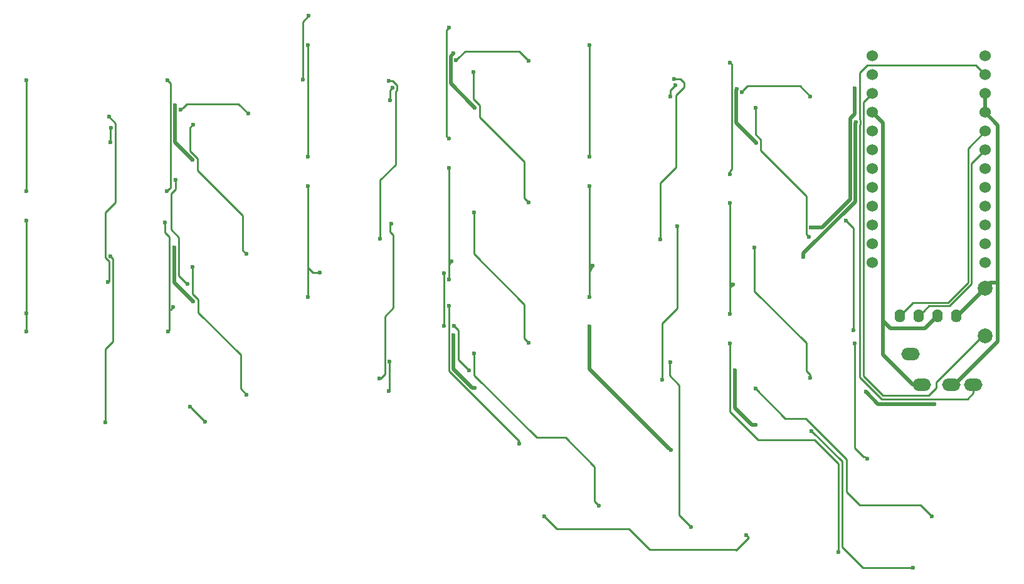
<source format=gtl>
G04 #@! TF.GenerationSoftware,KiCad,Pcbnew,(5.1.10)-1*
G04 #@! TF.CreationDate,2021-11-26T09:54:24+07:00*
G04 #@! TF.ProjectId,corne-cherry,636f726e-652d-4636-9865-7272792e6b69,3.0.1*
G04 #@! TF.SameCoordinates,Original*
G04 #@! TF.FileFunction,Copper,L1,Top*
G04 #@! TF.FilePolarity,Positive*
%FSLAX46Y46*%
G04 Gerber Fmt 4.6, Leading zero omitted, Abs format (unit mm)*
G04 Created by KiCad (PCBNEW (5.1.10)-1) date 2021-11-26 09:54:24*
%MOMM*%
%LPD*%
G01*
G04 APERTURE LIST*
G04 #@! TA.AperFunction,ComponentPad*
%ADD10C,1.524000*%
G04 #@! TD*
G04 #@! TA.AperFunction,ComponentPad*
%ADD11C,2.000000*%
G04 #@! TD*
G04 #@! TA.AperFunction,ComponentPad*
%ADD12O,1.397000X1.778000*%
G04 #@! TD*
G04 #@! TA.AperFunction,ComponentPad*
%ADD13O,2.500000X1.700000*%
G04 #@! TD*
G04 #@! TA.AperFunction,ViaPad*
%ADD14C,0.600000*%
G04 #@! TD*
G04 #@! TA.AperFunction,Conductor*
%ADD15C,0.250000*%
G04 #@! TD*
G04 #@! TA.AperFunction,Conductor*
%ADD16C,0.500000*%
G04 #@! TD*
G04 #@! TA.AperFunction,Conductor*
%ADD17C,0.508000*%
G04 #@! TD*
G04 #@! TA.AperFunction,Conductor*
%ADD18C,0.254000*%
G04 #@! TD*
G04 APERTURE END LIST*
D10*
X145618900Y-27116000D03*
X145618900Y-29656000D03*
X145618900Y-32196000D03*
X145618900Y-34736000D03*
X145618900Y-37276000D03*
X145618900Y-39816000D03*
X145618900Y-42356000D03*
X145618900Y-44896000D03*
X145618900Y-47436000D03*
X145618900Y-49976000D03*
X145618900Y-52516000D03*
X145618900Y-55056000D03*
X160838900Y-55056000D03*
X160838900Y-52516000D03*
X160838900Y-49976000D03*
X160838900Y-47436000D03*
X160838900Y-44896000D03*
X160838900Y-42356000D03*
X160838900Y-39816000D03*
X160838900Y-37276000D03*
X160838900Y-34736000D03*
X160838900Y-32196000D03*
X160838900Y-29656000D03*
X160838900Y-27116000D03*
D11*
X160839500Y-58455000D03*
X160839500Y-64955000D03*
D12*
X156983500Y-62202000D03*
X154443500Y-62202000D03*
X151903500Y-62202000D03*
X149363500Y-62202000D03*
D13*
X150749500Y-67366000D03*
X152249500Y-71566000D03*
X156249500Y-71566000D03*
X159249500Y-71566000D03*
D14*
X68722500Y-30279000D03*
X69522500Y-21679000D03*
X143022500Y-64179000D03*
X142022500Y-49379000D03*
X87797500Y-63579000D03*
X87797500Y-56479000D03*
X143222500Y-65979000D03*
X144908737Y-81556353D03*
X127047500Y-69579000D03*
X129822500Y-76979000D03*
X153962500Y-74134000D03*
X91922500Y-71978998D03*
X137322500Y-50279000D03*
X127277510Y-31567716D03*
X144712500Y-72479000D03*
X89047500Y-64879000D03*
X53922500Y-60279000D03*
X51347500Y-52979000D03*
X53822500Y-41179000D03*
X51447500Y-33779000D03*
X91922500Y-34079000D03*
X89047500Y-26779000D03*
X129922500Y-38879000D03*
X143222500Y-31479000D03*
X143372510Y-36079000D03*
X136322500Y-54279000D03*
X31422500Y-64379000D03*
X31422500Y-61879000D03*
X31422500Y-49379000D03*
X31422500Y-30379000D03*
X31422500Y-45379000D03*
X50522500Y-64379000D03*
X50122500Y-49579000D03*
X50379840Y-45368907D03*
X50422500Y-30379000D03*
X51211949Y-61068449D03*
X69422500Y-59679000D03*
X69422500Y-25679000D03*
X69422500Y-44679000D03*
X70992078Y-56348578D03*
X69422500Y-40679000D03*
X88422500Y-60879000D03*
X88822500Y-54879000D03*
X88422500Y-23279000D03*
X88422500Y-38279000D03*
X88422500Y-42279000D03*
X97922500Y-79479000D03*
X88422500Y-57279000D03*
X118422500Y-80379000D03*
X107422500Y-40679000D03*
X107422500Y-63679000D03*
X107422500Y-59679000D03*
X107422500Y-25679000D03*
X107822500Y-55479000D03*
X107422500Y-44679000D03*
X126822504Y-57979000D03*
X126422500Y-43079000D03*
X126422500Y-61979000D03*
X126422500Y-46979000D03*
X126422500Y-27979000D03*
X141022500Y-94179000D03*
X126422500Y-65979000D03*
X53142500Y-57894000D03*
X51522500Y-43879000D03*
X99222500Y-27779000D03*
X80802500Y-31420952D03*
X89422500Y-27679000D03*
X80522506Y-33128990D03*
X127977521Y-31979000D03*
X118297500Y-32629000D03*
X119012500Y-31054000D03*
X137222500Y-32579000D03*
X42422500Y-57679000D03*
X42522500Y-35279000D03*
X61122500Y-53879000D03*
X53922500Y-36379000D03*
X80322500Y-30479000D03*
X79122500Y-51829000D03*
X99222500Y-46879000D03*
X91722500Y-29279000D03*
X118858699Y-30177426D03*
X117022500Y-51929000D03*
X137022500Y-51579000D03*
X129822500Y-34079000D03*
X42022500Y-76579000D03*
X42722500Y-54179000D03*
X61122500Y-72879000D03*
X53822500Y-55579000D03*
X91822500Y-48279000D03*
X99222500Y-65879000D03*
X119272500Y-50079000D03*
X117222500Y-70879000D03*
X137222500Y-70579000D03*
X129722500Y-52979000D03*
X91822500Y-67279000D03*
X108722500Y-87879000D03*
X129822500Y-72079000D03*
X153615692Y-89285767D03*
X101322500Y-89279000D03*
X128622500Y-91879000D03*
X151122500Y-96279000D03*
X137422500Y-77779000D03*
X91172500Y-69614000D03*
X89122500Y-63579000D03*
X61322500Y-34879000D03*
X42817733Y-36783990D03*
X52222500Y-34379000D03*
X42722500Y-38744010D03*
X80647510Y-49779000D03*
X79092169Y-70709331D03*
X80447510Y-68379000D03*
X80322500Y-72379000D03*
X55522500Y-76529000D03*
X53522500Y-74479000D03*
X118322500Y-68479000D03*
X121122500Y-90779000D03*
D15*
X68722500Y-30279000D02*
X68722500Y-22479000D01*
X68722500Y-22479000D02*
X69522500Y-21679000D01*
X143022500Y-50379000D02*
X143022500Y-64179000D01*
X142022500Y-49379000D02*
X143022500Y-50379000D01*
X87797500Y-56479000D02*
X87797500Y-63579000D01*
X143197499Y-66004001D02*
X143222500Y-65979000D01*
X144908737Y-81556353D02*
X144608738Y-81256354D01*
X144608738Y-81256354D02*
X144399854Y-81256354D01*
X144399854Y-81256354D02*
X143197499Y-80053999D01*
X143197499Y-80053999D02*
X143197499Y-66004001D01*
D16*
X127227511Y-31617715D02*
X127277510Y-31567716D01*
X129922500Y-38879000D02*
X127227511Y-36184011D01*
X127227511Y-36184011D02*
X127227511Y-31617715D01*
X52422500Y-58779000D02*
X53922500Y-60279000D01*
X88672498Y-30828998D02*
X91622501Y-33779001D01*
X89022500Y-69379000D02*
X91622498Y-71978998D01*
X51347500Y-57704000D02*
X52422500Y-58779000D01*
X51447500Y-38804000D02*
X53822500Y-41179000D01*
X129322500Y-76979000D02*
X129822500Y-76979000D01*
X89022500Y-64904000D02*
X89022500Y-69379000D01*
X51347500Y-52979000D02*
X51347500Y-57704000D01*
X137746764Y-50279000D02*
X137322500Y-50279000D01*
X89047500Y-64879000D02*
X89022500Y-64904000D01*
X91622498Y-71978998D02*
X91922500Y-71978998D01*
X91622501Y-33779001D02*
X91922500Y-34079000D01*
X88672498Y-27154002D02*
X88672498Y-30828998D01*
X127047500Y-69579000D02*
X127047500Y-74704000D01*
X89047500Y-26779000D02*
X88672498Y-27154002D01*
X138822500Y-50279000D02*
X137746764Y-50279000D01*
X143222500Y-34979000D02*
X142622500Y-35579000D01*
X142622500Y-35579000D02*
X142622500Y-46479000D01*
X142622500Y-46479000D02*
X138822500Y-50279000D01*
X51447500Y-33779000D02*
X51447500Y-38804000D01*
X143222500Y-31479000D02*
X143222500Y-34979000D01*
X144712500Y-72479000D02*
X146367500Y-74134000D01*
X146367500Y-74134000D02*
X153538236Y-74134000D01*
X127047500Y-74704000D02*
X129322500Y-76979000D01*
X153538236Y-74134000D02*
X153962500Y-74134000D01*
D17*
X162549500Y-65688000D02*
X156671500Y-71566000D01*
X162549500Y-57745000D02*
X161549500Y-57745000D01*
X156671500Y-71566000D02*
X156717500Y-71566000D01*
X161549500Y-57745000D02*
X160839500Y-58455000D01*
X162549500Y-36446600D02*
X162549500Y-57745000D01*
X160839500Y-58455000D02*
X157092500Y-62202000D01*
X156717500Y-71566000D02*
X156983500Y-71832000D01*
X162549500Y-57745000D02*
X162549500Y-65688000D01*
X157092500Y-62202000D02*
X156983500Y-62202000D01*
X160838900Y-34736000D02*
X162549500Y-36446600D01*
X160838900Y-32196000D02*
X160838900Y-34736000D01*
X151097500Y-71566000D02*
X147042500Y-67511000D01*
X148035500Y-63904000D02*
X152741500Y-63904000D01*
X147042500Y-62911000D02*
X148035500Y-63904000D01*
X145618900Y-34736000D02*
X146834901Y-35952001D01*
X152249500Y-71566000D02*
X151097500Y-71566000D01*
X152741500Y-63904000D02*
X154443500Y-62202000D01*
X146883501Y-35952001D02*
X147042500Y-36111000D01*
X147042500Y-36111000D02*
X147042500Y-62911000D01*
X146834901Y-35952001D02*
X146883501Y-35952001D01*
X147042500Y-67511000D02*
X147042500Y-62911000D01*
D16*
X136322500Y-53779000D02*
X143322500Y-46779000D01*
X143322500Y-46779000D02*
X143322500Y-36129010D01*
X143322500Y-36129010D02*
X143372510Y-36079000D01*
X136322500Y-54279000D02*
X136322500Y-53779000D01*
D15*
X31422500Y-49379000D02*
X31422500Y-52479000D01*
X31422500Y-61879000D02*
X31422500Y-64379000D01*
X31422500Y-30379000D02*
X31422500Y-45379000D01*
X31422500Y-52479000D02*
X31422500Y-61879000D01*
X50422500Y-30379000D02*
X50822500Y-30779000D01*
X50722500Y-61379000D02*
X50722500Y-64179000D01*
X50901398Y-61379000D02*
X50911950Y-61368448D01*
X50911950Y-61368448D02*
X51211949Y-61068449D01*
X50122500Y-50979000D02*
X50722500Y-51579000D01*
X50122500Y-49579000D02*
X50122500Y-50979000D01*
X50679839Y-45068908D02*
X50379840Y-45368907D01*
X50822500Y-44926247D02*
X50679839Y-45068908D01*
X50722500Y-61379000D02*
X50901398Y-61379000D01*
X50722500Y-64179000D02*
X50522500Y-64379000D01*
X50722500Y-51579000D02*
X50722500Y-61379000D01*
X50822500Y-30779000D02*
X50822500Y-44926247D01*
X69422500Y-55679000D02*
X69422500Y-59679000D01*
X70092078Y-56348578D02*
X70567814Y-56348578D01*
X69422500Y-44679000D02*
X69422500Y-55679000D01*
X69422500Y-55679000D02*
X70092078Y-56348578D01*
X70567814Y-56348578D02*
X70992078Y-56348578D01*
X69422500Y-25679000D02*
X69422500Y-40679000D01*
X88122501Y-37979001D02*
X88422500Y-38279000D01*
X88097488Y-23604012D02*
X88097488Y-37953988D01*
X97922500Y-79179000D02*
X97922500Y-79479000D01*
X88422500Y-60879000D02*
X88422500Y-69679000D01*
X88522501Y-55178999D02*
X88822500Y-54879000D01*
X88422500Y-55179000D02*
X88522501Y-55178999D01*
X88422500Y-23279000D02*
X88097488Y-23604012D01*
X88097488Y-37953988D02*
X88122501Y-37979001D01*
X88422500Y-42279000D02*
X88422500Y-55179000D01*
X88422500Y-55179000D02*
X88422500Y-57279000D01*
X88422500Y-69679000D02*
X97922500Y-79179000D01*
D16*
X107422500Y-69379000D02*
X118122501Y-80079001D01*
D15*
X107422500Y-44679000D02*
X107422500Y-57479000D01*
X107422500Y-57479000D02*
X107422500Y-59679000D01*
X107822500Y-55479000D02*
X107422500Y-56279000D01*
X107422500Y-25679000D02*
X107422500Y-40679000D01*
D16*
X107422500Y-63679000D02*
X107422500Y-69379000D01*
X118122501Y-80079001D02*
X118422500Y-80379000D01*
D15*
X107422500Y-56279000D02*
X107422500Y-57479000D01*
X126652500Y-42424736D02*
X126422500Y-42654736D01*
X126422500Y-27979000D02*
X126652500Y-28209000D01*
X126652500Y-28209000D02*
X126652500Y-42424736D01*
X126422500Y-42654736D02*
X126422500Y-43079000D01*
X126422500Y-46979000D02*
X126422500Y-61979000D01*
X141022500Y-82179000D02*
X141022500Y-94179000D01*
X126422500Y-75179000D02*
X130222500Y-78979000D01*
X130222500Y-78979000D02*
X137822500Y-78979000D01*
D18*
X126422500Y-58279000D02*
X126522505Y-58278999D01*
D15*
X137822500Y-78979000D02*
X141022500Y-82179000D01*
X126422500Y-65979000D02*
X126422500Y-75179000D01*
D18*
X126522505Y-58278999D02*
X126822504Y-57979000D01*
X143949502Y-35728028D02*
X143999512Y-35778038D01*
X143949502Y-36429972D02*
X143949502Y-70544986D01*
X144929500Y-28388000D02*
X143949502Y-29367998D01*
X159570900Y-28388000D02*
X144929500Y-28388000D01*
X143999512Y-35778038D02*
X143999512Y-36379962D01*
X160838900Y-29656000D02*
X159570900Y-28388000D01*
X143949502Y-70544986D02*
X146878516Y-73474000D01*
X143949502Y-29367998D02*
X143949502Y-35728028D01*
X153401538Y-73456998D02*
X158462502Y-73456998D01*
X158462502Y-73456998D02*
X159249500Y-72670000D01*
X143999512Y-36379962D02*
X143949502Y-36429972D01*
X146878516Y-73474000D02*
X153384536Y-73474000D01*
X153384536Y-73474000D02*
X153401538Y-73456998D01*
X159249500Y-72670000D02*
X159249500Y-71566000D01*
X153202468Y-73014000D02*
X154222500Y-71993968D01*
X145618900Y-32196000D02*
X144453522Y-33361378D01*
X144403513Y-70356929D02*
X147060584Y-73014000D01*
X144453522Y-33361378D02*
X144453522Y-36568020D01*
X147060584Y-73014000D02*
X153202468Y-73014000D01*
X160481500Y-64955000D02*
X160839500Y-64955000D01*
X144453522Y-36568020D02*
X144403513Y-36618029D01*
X144403513Y-36618029D02*
X144403513Y-70356929D01*
X154222500Y-71993968D02*
X154222500Y-71214000D01*
X154222500Y-71214000D02*
X160481500Y-64955000D01*
X156007557Y-60882011D02*
X153223489Y-60882011D01*
X152601999Y-61503501D02*
X151903500Y-62202000D01*
X158973510Y-57916058D02*
X156007557Y-60882011D01*
X153223489Y-60882011D02*
X152601999Y-61503501D01*
X160838900Y-39816000D02*
X158973511Y-41681389D01*
X158973511Y-41681389D02*
X158973510Y-57916058D01*
X155819500Y-60428000D02*
X151119500Y-60428000D01*
X160838900Y-37276000D02*
X158519500Y-39595400D01*
X158519500Y-39595400D02*
X158519500Y-57728000D01*
X151119500Y-60428000D02*
X149363500Y-62184000D01*
X158519500Y-57728000D02*
X155819500Y-60428000D01*
X149363500Y-62184000D02*
X149363500Y-62202000D01*
D15*
X50922500Y-45679000D02*
X50922500Y-50579000D01*
X53052500Y-57894000D02*
X53142500Y-57894000D01*
X51992500Y-51649000D02*
X51992500Y-56834000D01*
X50922500Y-50579000D02*
X51992500Y-51649000D01*
X51522500Y-43879000D02*
X51522500Y-45079000D01*
X51992500Y-56834000D02*
X53052500Y-57894000D01*
X51522500Y-45079000D02*
X50922500Y-45679000D01*
X90617500Y-26484000D02*
X89722499Y-27379001D01*
X97927500Y-26484000D02*
X90617500Y-26484000D01*
X80522506Y-31700946D02*
X80802500Y-31420952D01*
X89722499Y-27379001D02*
X89422500Y-27679000D01*
X80522506Y-33128990D02*
X80522506Y-31700946D01*
X99222500Y-27779000D02*
X97927500Y-26484000D01*
X128777521Y-31179000D02*
X128277520Y-31679001D01*
X128277520Y-31679001D02*
X127977521Y-31979000D01*
X137222500Y-32579000D02*
X135822500Y-31179000D01*
X135822500Y-31179000D02*
X128777521Y-31179000D01*
X118297500Y-32629000D02*
X118297500Y-31769000D01*
X118297500Y-31769000D02*
X119012500Y-31054000D01*
X42522500Y-35279000D02*
X43442735Y-36199235D01*
X43442735Y-46858765D02*
X42022501Y-48278999D01*
X42522500Y-54879000D02*
X42522500Y-57579000D01*
X42522500Y-57579000D02*
X42422500Y-57679000D01*
X42022501Y-48278999D02*
X42022501Y-54379001D01*
X42022501Y-54379001D02*
X42522500Y-54879000D01*
X43442735Y-36199235D02*
X43442735Y-46858765D01*
X54532500Y-40974000D02*
X54532500Y-42594000D01*
X60622500Y-53379000D02*
X61122500Y-53879000D01*
X53522500Y-36779000D02*
X53522500Y-39964000D01*
X54532500Y-42594000D02*
X60622500Y-48684000D01*
X53522500Y-39964000D02*
X54532500Y-40974000D01*
X53922500Y-36379000D02*
X53522500Y-36779000D01*
X60622500Y-48684000D02*
X60622500Y-53379000D01*
X81457502Y-31714002D02*
X81457502Y-31063998D01*
X79122500Y-43879000D02*
X81222500Y-41779000D01*
X81222500Y-31949004D02*
X81457502Y-31714002D01*
X80872504Y-30479000D02*
X80746764Y-30479000D01*
X80746764Y-30479000D02*
X80322500Y-30479000D01*
X79122500Y-51829000D02*
X79122500Y-43879000D01*
X81457502Y-31063998D02*
X80872504Y-30479000D01*
X81222500Y-41779000D02*
X81222500Y-31949004D01*
X92602500Y-33784000D02*
X92602500Y-35374000D01*
X91722500Y-32904000D02*
X92602500Y-33784000D01*
X92602500Y-35374000D02*
X98622500Y-41394000D01*
X91722500Y-29279000D02*
X91722500Y-32904000D01*
X98622500Y-41394000D02*
X98622500Y-46279000D01*
X98622500Y-46279000D02*
X99222500Y-46879000D01*
X119282963Y-30177426D02*
X118858699Y-30177426D01*
X119122499Y-42179001D02*
X119122499Y-32439005D01*
X120227502Y-30733998D02*
X119670930Y-30177426D01*
X117022500Y-44279000D02*
X119122499Y-42179001D01*
X117022500Y-51929000D02*
X117022500Y-44279000D01*
X120227502Y-31334002D02*
X120227502Y-30733998D01*
X119670930Y-30177426D02*
X119282963Y-30177426D01*
X119122499Y-32439005D02*
X120227502Y-31334002D01*
X130562500Y-39894000D02*
X136697499Y-46028999D01*
X136697499Y-46028999D02*
X136697499Y-51253999D01*
X136697499Y-51253999D02*
X137022500Y-51579000D01*
X129822500Y-37704000D02*
X130562500Y-38444000D01*
X129822500Y-34079000D02*
X129822500Y-37704000D01*
X130562500Y-38444000D02*
X130562500Y-39894000D01*
X43047501Y-54504001D02*
X43047501Y-65653999D01*
X42722500Y-54179000D02*
X43047501Y-54504001D01*
X43047501Y-65653999D02*
X42022500Y-66679000D01*
X42022500Y-66679000D02*
X42022500Y-76154736D01*
X42022500Y-76154736D02*
X42022500Y-76579000D01*
X53822500Y-59224000D02*
X54602500Y-60004000D01*
X54602500Y-61759000D02*
X60322500Y-67479000D01*
X60322500Y-72079000D02*
X61122500Y-72879000D01*
X54602500Y-60004000D02*
X54602500Y-61759000D01*
X60322500Y-67479000D02*
X60322500Y-72079000D01*
X53822500Y-55579000D02*
X53822500Y-59224000D01*
X98622500Y-60679000D02*
X98622500Y-65279000D01*
X98622500Y-65279000D02*
X99222500Y-65879000D01*
X91822500Y-48279000D02*
X91822500Y-53879000D01*
X91822500Y-53879000D02*
X98622500Y-60679000D01*
X119272500Y-61229000D02*
X119272500Y-50503264D01*
X119272500Y-50503264D02*
X119272500Y-50079000D01*
X117222500Y-70879000D02*
X117222500Y-63279000D01*
X117222500Y-63279000D02*
X119272500Y-61229000D01*
X136722500Y-65879000D02*
X136722500Y-69654736D01*
X136722500Y-69654736D02*
X137222500Y-70154736D01*
X137222500Y-70154736D02*
X137222500Y-70579000D01*
X129722500Y-52979000D02*
X129722500Y-58879000D01*
X129722500Y-58879000D02*
X136722500Y-65879000D01*
X104192500Y-78684000D02*
X108122500Y-82614000D01*
X100282500Y-78684000D02*
X104192500Y-78684000D01*
X91822500Y-70224000D02*
X100282500Y-78684000D01*
X91822500Y-67279000D02*
X91822500Y-70224000D01*
X108122500Y-82614000D02*
X108122500Y-87279000D01*
X108122500Y-87279000D02*
X108722500Y-87879000D01*
X133822500Y-76079000D02*
X136622500Y-76079000D01*
X129822500Y-72079000D02*
X133822500Y-76079000D01*
X152108925Y-87779000D02*
X153315693Y-88985768D01*
X153315693Y-88985768D02*
X153615692Y-89285767D01*
X142122500Y-85979000D02*
X143922500Y-87779000D01*
X143922500Y-87779000D02*
X152108925Y-87779000D01*
X142122500Y-81579000D02*
X142122500Y-85979000D01*
X136622500Y-76079000D02*
X142122500Y-81579000D01*
X112722500Y-90979000D02*
X103022500Y-90979000D01*
X103022500Y-90979000D02*
X101322500Y-89279000D01*
X115522500Y-93779000D02*
X112722500Y-90979000D01*
X127122500Y-93779000D02*
X115522500Y-93779000D01*
X127222500Y-93879000D02*
X127122500Y-93779000D01*
X128922500Y-92179000D02*
X127222500Y-93879000D01*
X128622500Y-91879000D02*
X128922500Y-92179000D01*
X141522500Y-93479000D02*
X144322500Y-96279000D01*
X137422500Y-77779000D02*
X141522500Y-81879000D01*
X144322500Y-96279000D02*
X151122500Y-96279000D01*
X141522500Y-81879000D02*
X141522500Y-93479000D01*
X89122500Y-63579000D02*
X89722500Y-64179000D01*
X89722500Y-68164000D02*
X91172500Y-69614000D01*
X89722500Y-64179000D02*
X89722500Y-68164000D01*
X53022500Y-33579000D02*
X52522499Y-34079001D01*
X52522499Y-34079001D02*
X52222500Y-34379000D01*
X60022500Y-33579000D02*
X53022500Y-33579000D01*
X42722500Y-38744010D02*
X42722500Y-36879223D01*
X42722500Y-36879223D02*
X42817733Y-36783990D01*
X61322500Y-34879000D02*
X60022500Y-33579000D01*
X80522500Y-49904010D02*
X80647510Y-49779000D01*
X80947509Y-51304009D02*
X80522500Y-50879000D01*
X80522500Y-50879000D02*
X80522500Y-49904010D01*
X79222500Y-70679000D02*
X79822500Y-70079000D01*
X79822500Y-70079000D02*
X79822500Y-62279000D01*
X79122500Y-70679000D02*
X79222500Y-70679000D01*
X79092169Y-70709331D02*
X79122500Y-70679000D01*
X79822500Y-62279000D02*
X80947509Y-61153991D01*
X80947509Y-61153991D02*
X80947509Y-51304009D01*
X80422500Y-72279000D02*
X80422500Y-68404010D01*
X80322500Y-72379000D02*
X80422500Y-72279000D01*
X53622500Y-74629000D02*
X53622500Y-74579000D01*
X53622500Y-74579000D02*
X53522500Y-74479000D01*
X55522500Y-76529000D02*
X53622500Y-74629000D01*
X80422500Y-68404010D02*
X80447510Y-68379000D01*
X118222500Y-68579000D02*
X118222500Y-70279000D01*
X119522500Y-71579000D02*
X119522500Y-89179000D01*
X118222500Y-70279000D02*
X119522500Y-71579000D01*
X118322500Y-68479000D02*
X118222500Y-68579000D01*
X119522500Y-89179000D02*
X121122500Y-90779000D01*
M02*

</source>
